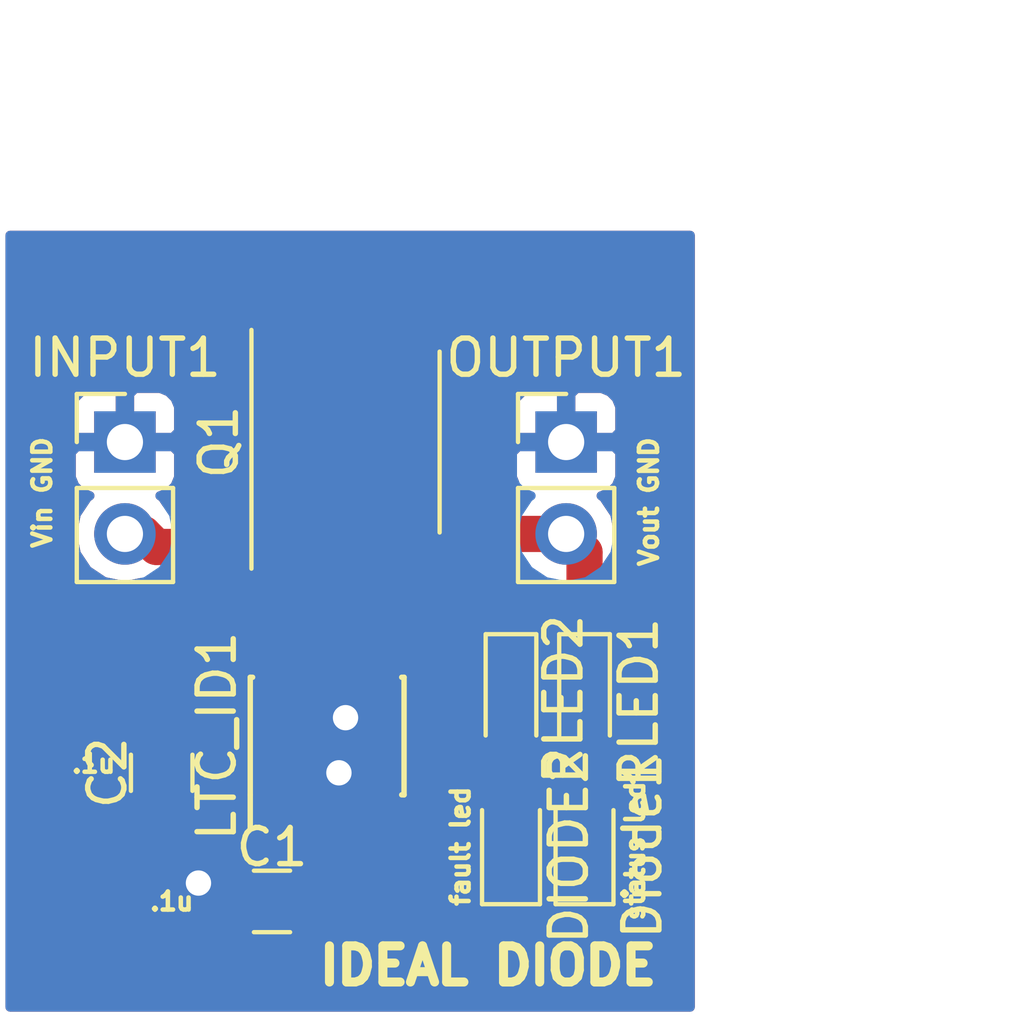
<source format=kicad_pcb>
(kicad_pcb (version 4) (host pcbnew 4.0.5)

  (general
    (links 30)
    (no_connects 1)
    (area 154.478667 89.375 188.19 116.840001)
    (thickness 1.6)
    (drawings 9)
    (tracks 73)
    (zones 0)
    (modules 10)
    (nets 11)
  )

  (page A4)
  (layers
    (0 F.Cu signal)
    (31 B.Cu signal)
    (32 B.Adhes user)
    (33 F.Adhes user)
    (34 B.Paste user)
    (35 F.Paste user)
    (36 B.SilkS user)
    (37 F.SilkS user)
    (38 B.Mask user)
    (39 F.Mask user)
    (40 Dwgs.User user)
    (41 Cmts.User user)
    (42 Eco1.User user)
    (43 Eco2.User user)
    (44 Edge.Cuts user)
    (45 Margin user)
    (46 B.CrtYd user)
    (47 F.CrtYd user)
    (48 B.Fab user)
    (49 F.Fab user)
  )

  (setup
    (last_trace_width 0.4)
    (user_trace_width 0.4)
    (user_trace_width 1)
    (user_trace_width 2)
    (trace_clearance 0.2)
    (zone_clearance 0.45)
    (zone_45_only no)
    (trace_min 0.2)
    (segment_width 0.2)
    (edge_width 0.15)
    (via_size 0.9)
    (via_drill 0.7)
    (via_min_size 0.4)
    (via_min_drill 0.3)
    (uvia_size 0.3)
    (uvia_drill 0.1)
    (uvias_allowed no)
    (uvia_min_size 0.2)
    (uvia_min_drill 0.1)
    (pcb_text_width 0.3)
    (pcb_text_size 1.5 1.5)
    (mod_edge_width 0.15)
    (mod_text_size 1 1)
    (mod_text_width 0.15)
    (pad_size 2 2)
    (pad_drill 0)
    (pad_to_mask_clearance 0.2)
    (aux_axis_origin 0 0)
    (visible_elements 7FFFFFDF)
    (pcbplotparams
      (layerselection 0x00030_80000001)
      (usegerberextensions false)
      (excludeedgelayer true)
      (linewidth 0.100000)
      (plotframeref false)
      (viasonmask false)
      (mode 1)
      (useauxorigin false)
      (hpglpennumber 1)
      (hpglpenspeed 20)
      (hpglpendiameter 15)
      (hpglpenoverlay 2)
      (psnegative false)
      (psa4output false)
      (plotreference true)
      (plotvalue true)
      (plotinvisibletext false)
      (padsonsilk false)
      (subtractmaskfromsilk false)
      (outputformat 1)
      (mirror false)
      (drillshape 1)
      (scaleselection 1)
      (outputdirectory ""))
  )

  (net 0 "")
  (net 1 GND)
  (net 2 "Net-(C1-Pad2)")
  (net 3 "Net-(C2-Pad1)")
  (net 4 "Net-(C2-Pad2)")
  (net 5 "Net-(Diode1-Pad1)")
  (net 6 "Net-(Diode1-Pad2)")
  (net 7 "Net-(DIODE2-Pad1)")
  (net 8 "Net-(DIODE2-Pad2)")
  (net 9 "Net-(LTC_ID1-Pad8)")
  (net 10 "Net-(LTC_ID1-Pad11)")

  (net_class Default "This is the default net class."
    (clearance 0.2)
    (trace_width 0.25)
    (via_dia 0.9)
    (via_drill 0.7)
    (uvia_dia 0.3)
    (uvia_drill 0.1)
    (add_net GND)
    (add_net "Net-(C1-Pad2)")
    (add_net "Net-(C2-Pad1)")
    (add_net "Net-(C2-Pad2)")
    (add_net "Net-(DIODE2-Pad1)")
    (add_net "Net-(DIODE2-Pad2)")
    (add_net "Net-(Diode1-Pad1)")
    (add_net "Net-(Diode1-Pad2)")
    (add_net "Net-(LTC_ID1-Pad11)")
    (add_net "Net-(LTC_ID1-Pad8)")
  )

  (module Capacitors_SMD:C_0805 (layer F.Cu) (tedit 58AA8463) (tstamp 5942A997)
    (at 163.576 113.792)
    (descr "Capacitor SMD 0805, reflow soldering, AVX (see smccp.pdf)")
    (tags "capacitor 0805")
    (path /5942A217)
    (attr smd)
    (fp_text reference C1 (at 0 -1.5) (layer F.SilkS)
      (effects (font (size 1 1) (thickness 0.15)))
    )
    (fp_text value .1u (at 0 1.75) (layer F.Fab)
      (effects (font (size 1 1) (thickness 0.15)))
    )
    (fp_text user %R (at 0 -1.5) (layer F.Fab)
      (effects (font (size 1 1) (thickness 0.15)))
    )
    (fp_line (start -1 0.62) (end -1 -0.62) (layer F.Fab) (width 0.1))
    (fp_line (start 1 0.62) (end -1 0.62) (layer F.Fab) (width 0.1))
    (fp_line (start 1 -0.62) (end 1 0.62) (layer F.Fab) (width 0.1))
    (fp_line (start -1 -0.62) (end 1 -0.62) (layer F.Fab) (width 0.1))
    (fp_line (start 0.5 -0.85) (end -0.5 -0.85) (layer F.SilkS) (width 0.12))
    (fp_line (start -0.5 0.85) (end 0.5 0.85) (layer F.SilkS) (width 0.12))
    (fp_line (start -1.75 -0.88) (end 1.75 -0.88) (layer F.CrtYd) (width 0.05))
    (fp_line (start -1.75 -0.88) (end -1.75 0.87) (layer F.CrtYd) (width 0.05))
    (fp_line (start 1.75 0.87) (end 1.75 -0.88) (layer F.CrtYd) (width 0.05))
    (fp_line (start 1.75 0.87) (end -1.75 0.87) (layer F.CrtYd) (width 0.05))
    (pad 1 smd rect (at -1 0) (size 1 1.25) (layers F.Cu F.Paste F.Mask)
      (net 1 GND))
    (pad 2 smd rect (at 1 0) (size 1 1.25) (layers F.Cu F.Paste F.Mask)
      (net 2 "Net-(C1-Pad2)"))
    (model Capacitors_SMD.3dshapes/C_0805.wrl
      (at (xyz 0 0 0))
      (scale (xyz 1 1 1))
      (rotate (xyz 0 0 0))
    )
  )

  (module Capacitors_SMD:C_0805 (layer F.Cu) (tedit 58AA8463) (tstamp 5942A9A8)
    (at 160.528 110.236 90)
    (descr "Capacitor SMD 0805, reflow soldering, AVX (see smccp.pdf)")
    (tags "capacitor 0805")
    (path /5942A1E1)
    (attr smd)
    (fp_text reference C2 (at 0 -1.5 90) (layer F.SilkS)
      (effects (font (size 1 1) (thickness 0.15)))
    )
    (fp_text value .1u (at 0 1.75 90) (layer F.Fab)
      (effects (font (size 1 1) (thickness 0.15)))
    )
    (fp_text user %R (at 0 -1.5 90) (layer F.Fab)
      (effects (font (size 1 1) (thickness 0.15)))
    )
    (fp_line (start -1 0.62) (end -1 -0.62) (layer F.Fab) (width 0.1))
    (fp_line (start 1 0.62) (end -1 0.62) (layer F.Fab) (width 0.1))
    (fp_line (start 1 -0.62) (end 1 0.62) (layer F.Fab) (width 0.1))
    (fp_line (start -1 -0.62) (end 1 -0.62) (layer F.Fab) (width 0.1))
    (fp_line (start 0.5 -0.85) (end -0.5 -0.85) (layer F.SilkS) (width 0.12))
    (fp_line (start -0.5 0.85) (end 0.5 0.85) (layer F.SilkS) (width 0.12))
    (fp_line (start -1.75 -0.88) (end 1.75 -0.88) (layer F.CrtYd) (width 0.05))
    (fp_line (start -1.75 -0.88) (end -1.75 0.87) (layer F.CrtYd) (width 0.05))
    (fp_line (start 1.75 0.87) (end 1.75 -0.88) (layer F.CrtYd) (width 0.05))
    (fp_line (start 1.75 0.87) (end -1.75 0.87) (layer F.CrtYd) (width 0.05))
    (pad 1 smd rect (at -1 0 90) (size 1 1.25) (layers F.Cu F.Paste F.Mask)
      (net 3 "Net-(C2-Pad1)"))
    (pad 2 smd rect (at 1 0 90) (size 1 1.25) (layers F.Cu F.Paste F.Mask)
      (net 4 "Net-(C2-Pad2)"))
    (model Capacitors_SMD.3dshapes/C_0805.wrl
      (at (xyz 0 0 0))
      (scale (xyz 1 1 1))
      (rotate (xyz 0 0 0))
    )
  )

  (module Diodes_SMD:D_0805 (layer F.Cu) (tedit 586A4032) (tstamp 5942A9BF)
    (at 172.212 112.268 90)
    (descr "Diode SMD in 0805 package")
    (tags "smd diode")
    (path /5942A6E7)
    (attr smd)
    (fp_text reference Diode1 (at 0 1.6 90) (layer F.SilkS)
      (effects (font (size 1 1) (thickness 0.15)))
    )
    (fp_text value LED (at 0 -1.6 90) (layer F.Fab)
      (effects (font (size 1 1) (thickness 0.15)))
    )
    (fp_line (start -1.6 -0.8) (end -1.6 0.8) (layer F.SilkS) (width 0.12))
    (fp_line (start -1.7 0.88) (end -1.7 -0.88) (layer F.CrtYd) (width 0.05))
    (fp_line (start 1.7 0.88) (end -1.7 0.88) (layer F.CrtYd) (width 0.05))
    (fp_line (start 1.7 -0.88) (end 1.7 0.88) (layer F.CrtYd) (width 0.05))
    (fp_line (start -1.7 -0.88) (end 1.7 -0.88) (layer F.CrtYd) (width 0.05))
    (fp_line (start 0.2 0) (end 0.4 0) (layer F.Fab) (width 0.1))
    (fp_line (start -0.1 0) (end -0.3 0) (layer F.Fab) (width 0.1))
    (fp_line (start -0.1 -0.2) (end -0.1 0.2) (layer F.Fab) (width 0.1))
    (fp_line (start 0.2 0.2) (end 0.2 -0.2) (layer F.Fab) (width 0.1))
    (fp_line (start -0.1 0) (end 0.2 0.2) (layer F.Fab) (width 0.1))
    (fp_line (start 0.2 -0.2) (end -0.1 0) (layer F.Fab) (width 0.1))
    (fp_line (start -1 0.625) (end -1 -0.625) (layer F.Fab) (width 0.1))
    (fp_line (start 1 0.625) (end -1 0.625) (layer F.Fab) (width 0.1))
    (fp_line (start 1 -0.625) (end 1 0.625) (layer F.Fab) (width 0.1))
    (fp_line (start -1 -0.625) (end 1 -0.625) (layer F.Fab) (width 0.1))
    (fp_line (start -1.6 0.8) (end 1 0.8) (layer F.SilkS) (width 0.12))
    (fp_line (start -1.6 -0.8) (end 1 -0.8) (layer F.SilkS) (width 0.12))
    (pad 1 smd rect (at -1.05 0 90) (size 0.8 0.9) (layers F.Cu F.Paste F.Mask)
      (net 5 "Net-(Diode1-Pad1)"))
    (pad 2 smd rect (at 1.05 0 90) (size 0.8 0.9) (layers F.Cu F.Paste F.Mask)
      (net 6 "Net-(Diode1-Pad2)"))
  )

  (module Diodes_SMD:D_0805 (layer F.Cu) (tedit 586A4032) (tstamp 5942A9D6)
    (at 170.18 112.268 90)
    (descr "Diode SMD in 0805 package")
    (tags "smd diode")
    (path /5942A73D)
    (attr smd)
    (fp_text reference DIODE2 (at 0 1.6 90) (layer F.SilkS)
      (effects (font (size 1 1) (thickness 0.15)))
    )
    (fp_text value LED (at 0 -1.6 90) (layer F.Fab)
      (effects (font (size 1 1) (thickness 0.15)))
    )
    (fp_line (start -1.6 -0.8) (end -1.6 0.8) (layer F.SilkS) (width 0.12))
    (fp_line (start -1.7 0.88) (end -1.7 -0.88) (layer F.CrtYd) (width 0.05))
    (fp_line (start 1.7 0.88) (end -1.7 0.88) (layer F.CrtYd) (width 0.05))
    (fp_line (start 1.7 -0.88) (end 1.7 0.88) (layer F.CrtYd) (width 0.05))
    (fp_line (start -1.7 -0.88) (end 1.7 -0.88) (layer F.CrtYd) (width 0.05))
    (fp_line (start 0.2 0) (end 0.4 0) (layer F.Fab) (width 0.1))
    (fp_line (start -0.1 0) (end -0.3 0) (layer F.Fab) (width 0.1))
    (fp_line (start -0.1 -0.2) (end -0.1 0.2) (layer F.Fab) (width 0.1))
    (fp_line (start 0.2 0.2) (end 0.2 -0.2) (layer F.Fab) (width 0.1))
    (fp_line (start -0.1 0) (end 0.2 0.2) (layer F.Fab) (width 0.1))
    (fp_line (start 0.2 -0.2) (end -0.1 0) (layer F.Fab) (width 0.1))
    (fp_line (start -1 0.625) (end -1 -0.625) (layer F.Fab) (width 0.1))
    (fp_line (start 1 0.625) (end -1 0.625) (layer F.Fab) (width 0.1))
    (fp_line (start 1 -0.625) (end 1 0.625) (layer F.Fab) (width 0.1))
    (fp_line (start -1 -0.625) (end 1 -0.625) (layer F.Fab) (width 0.1))
    (fp_line (start -1.6 0.8) (end 1 0.8) (layer F.SilkS) (width 0.12))
    (fp_line (start -1.6 -0.8) (end 1 -0.8) (layer F.SilkS) (width 0.12))
    (pad 1 smd rect (at -1.05 0 90) (size 0.8 0.9) (layers F.Cu F.Paste F.Mask)
      (net 7 "Net-(DIODE2-Pad1)"))
    (pad 2 smd rect (at 1.05 0 90) (size 0.8 0.9) (layers F.Cu F.Paste F.Mask)
      (net 8 "Net-(DIODE2-Pad2)"))
  )

  (module Socket_Strips:Socket_Strip_Straight_1x02_Pitch2.54mm (layer F.Cu) (tedit 58CD5446) (tstamp 5942A9EB)
    (at 159.512 101.092)
    (descr "Through hole straight socket strip, 1x02, 2.54mm pitch, single row")
    (tags "Through hole socket strip THT 1x02 2.54mm single row")
    (path /5942A2DD)
    (fp_text reference INPUT1 (at 0 -2.33) (layer F.SilkS)
      (effects (font (size 1 1) (thickness 0.15)))
    )
    (fp_text value CONN_01X02 (at 0 4.87) (layer F.Fab)
      (effects (font (size 1 1) (thickness 0.15)))
    )
    (fp_line (start -1.27 -1.27) (end -1.27 3.81) (layer F.Fab) (width 0.1))
    (fp_line (start -1.27 3.81) (end 1.27 3.81) (layer F.Fab) (width 0.1))
    (fp_line (start 1.27 3.81) (end 1.27 -1.27) (layer F.Fab) (width 0.1))
    (fp_line (start 1.27 -1.27) (end -1.27 -1.27) (layer F.Fab) (width 0.1))
    (fp_line (start -1.33 1.27) (end -1.33 3.87) (layer F.SilkS) (width 0.12))
    (fp_line (start -1.33 3.87) (end 1.33 3.87) (layer F.SilkS) (width 0.12))
    (fp_line (start 1.33 3.87) (end 1.33 1.27) (layer F.SilkS) (width 0.12))
    (fp_line (start 1.33 1.27) (end -1.33 1.27) (layer F.SilkS) (width 0.12))
    (fp_line (start -1.33 0) (end -1.33 -1.33) (layer F.SilkS) (width 0.12))
    (fp_line (start -1.33 -1.33) (end 0 -1.33) (layer F.SilkS) (width 0.12))
    (fp_line (start -1.8 -1.8) (end -1.8 4.35) (layer F.CrtYd) (width 0.05))
    (fp_line (start -1.8 4.35) (end 1.8 4.35) (layer F.CrtYd) (width 0.05))
    (fp_line (start 1.8 4.35) (end 1.8 -1.8) (layer F.CrtYd) (width 0.05))
    (fp_line (start 1.8 -1.8) (end -1.8 -1.8) (layer F.CrtYd) (width 0.05))
    (fp_text user %R (at 0 -2.33) (layer F.Fab)
      (effects (font (size 1 1) (thickness 0.15)))
    )
    (pad 1 thru_hole rect (at 0 0) (size 1.7 1.7) (drill 1) (layers *.Cu *.Mask)
      (net 1 GND))
    (pad 2 thru_hole oval (at 0 2.54) (size 1.7 1.7) (drill 1) (layers *.Cu *.Mask)
      (net 3 "Net-(C2-Pad1)"))
    (model ${KISYS3DMOD}/Socket_Strips.3dshapes/Socket_Strip_Straight_1x02_Pitch2.54mm.wrl
      (at (xyz 0 -0.05 0))
      (scale (xyz 1 1 1))
      (rotate (xyz 0 0 270))
    )
  )

  (module Housings_SSOP:MSOP-12_3x4mm_Pitch0.65mm (layer F.Cu) (tedit 57AFAE60) (tstamp 5942AA0A)
    (at 165.1 109.22 90)
    (descr "MS Package; 12-Lead Plastic MSOP; (see Linear Technology 05081668_A_MS12.pdf)")
    (tags "SSOP 0.65")
    (path /5942A181)
    (attr smd)
    (fp_text reference LTC_ID1 (at 0 -3.05 90) (layer F.SilkS)
      (effects (font (size 1 1) (thickness 0.15)))
    )
    (fp_text value LTC4352 (at 0 3.05 90) (layer F.Fab)
      (effects (font (size 1 1) (thickness 0.15)))
    )
    (fp_line (start -0.5 -2) (end 1.5 -2) (layer F.Fab) (width 0.15))
    (fp_line (start 1.5 -2) (end 1.5 2) (layer F.Fab) (width 0.15))
    (fp_line (start 1.5 2) (end -1.5 2) (layer F.Fab) (width 0.15))
    (fp_line (start -1.5 2) (end -1.5 -1) (layer F.Fab) (width 0.15))
    (fp_line (start -1.5 -1) (end -0.5 -2) (layer F.Fab) (width 0.15))
    (fp_line (start -2.8 -2.3) (end -2.8 2.3) (layer F.CrtYd) (width 0.05))
    (fp_line (start 2.8 -2.3) (end 2.8 2.3) (layer F.CrtYd) (width 0.05))
    (fp_line (start -2.8 -2.3) (end 2.8 -2.3) (layer F.CrtYd) (width 0.05))
    (fp_line (start -2.8 2.3) (end 2.8 2.3) (layer F.CrtYd) (width 0.05))
    (fp_line (start 1.625 -2.125) (end 1.625 -2.06) (layer F.SilkS) (width 0.15))
    (fp_line (start 1.625 2.125) (end 1.625 2.06) (layer F.SilkS) (width 0.15))
    (fp_line (start -1.625 2.125) (end -1.625 2.06) (layer F.SilkS) (width 0.15))
    (fp_line (start -1.625 -2.125) (end 1.625 -2.125) (layer F.SilkS) (width 0.15))
    (fp_line (start -1.625 2.125) (end 1.625 2.125) (layer F.SilkS) (width 0.15))
    (fp_line (start -1.625 -2.125) (end -2.55 -2.125) (layer F.SilkS) (width 0.15))
    (pad 1 smd rect (at -2.105 -1.625 90) (size 0.89 0.42) (layers F.Cu F.Paste F.Mask)
      (net 3 "Net-(C2-Pad1)"))
    (pad 2 smd rect (at -2.105 -0.975 90) (size 0.89 0.42) (layers F.Cu F.Paste F.Mask)
      (net 2 "Net-(C1-Pad2)"))
    (pad 3 smd rect (at -2.105 -0.325 90) (size 0.89 0.42) (layers F.Cu F.Paste F.Mask)
      (net 2 "Net-(C1-Pad2)"))
    (pad 4 smd rect (at -2.105 0.325 90) (size 0.89 0.42) (layers F.Cu F.Paste F.Mask)
      (net 1 GND))
    (pad 5 smd rect (at -2.105 0.975 90) (size 0.89 0.42) (layers F.Cu F.Paste F.Mask)
      (net 5 "Net-(Diode1-Pad1)"))
    (pad 6 smd rect (at -2.105 1.625 90) (size 0.89 0.42) (layers F.Cu F.Paste F.Mask)
      (net 7 "Net-(DIODE2-Pad1)"))
    (pad 7 smd rect (at 2.105 1.625 90) (size 0.89 0.42) (layers F.Cu F.Paste F.Mask)
      (net 1 GND))
    (pad 8 smd rect (at 2.105 0.975 90) (size 0.89 0.42) (layers F.Cu F.Paste F.Mask)
      (net 9 "Net-(LTC_ID1-Pad8)"))
    (pad 9 smd rect (at 2.105 0.325 90) (size 0.89 0.42) (layers F.Cu F.Paste F.Mask)
      (net 1 GND))
    (pad 10 smd rect (at 2.105 -0.325 90) (size 0.89 0.42) (layers F.Cu F.Paste F.Mask)
      (net 4 "Net-(C2-Pad2)"))
    (pad 11 smd rect (at 2.105 -0.975 90) (size 0.89 0.42) (layers F.Cu F.Paste F.Mask)
      (net 10 "Net-(LTC_ID1-Pad11)"))
    (pad 12 smd rect (at 2.105 -1.625 90) (size 0.89 0.42) (layers F.Cu F.Paste F.Mask)
      (net 3 "Net-(C2-Pad1)"))
    (model Housings_SSOP.3dshapes/MSOP-12_3x4mm_Pitch0.65mm.wrl
      (at (xyz 0 0 0))
      (scale (xyz 1 1 1))
      (rotate (xyz 0 0 0))
    )
  )

  (module Socket_Strips:Socket_Strip_Straight_1x02_Pitch2.54mm (layer F.Cu) (tedit 58CD5446) (tstamp 5942AA1F)
    (at 171.704 101.092)
    (descr "Through hole straight socket strip, 1x02, 2.54mm pitch, single row")
    (tags "Through hole socket strip THT 1x02 2.54mm single row")
    (path /5942A61B)
    (fp_text reference OUTPUT1 (at 0 -2.33) (layer F.SilkS)
      (effects (font (size 1 1) (thickness 0.15)))
    )
    (fp_text value CONN_01X02 (at 0 4.87) (layer F.Fab)
      (effects (font (size 1 1) (thickness 0.15)))
    )
    (fp_line (start -1.27 -1.27) (end -1.27 3.81) (layer F.Fab) (width 0.1))
    (fp_line (start -1.27 3.81) (end 1.27 3.81) (layer F.Fab) (width 0.1))
    (fp_line (start 1.27 3.81) (end 1.27 -1.27) (layer F.Fab) (width 0.1))
    (fp_line (start 1.27 -1.27) (end -1.27 -1.27) (layer F.Fab) (width 0.1))
    (fp_line (start -1.33 1.27) (end -1.33 3.87) (layer F.SilkS) (width 0.12))
    (fp_line (start -1.33 3.87) (end 1.33 3.87) (layer F.SilkS) (width 0.12))
    (fp_line (start 1.33 3.87) (end 1.33 1.27) (layer F.SilkS) (width 0.12))
    (fp_line (start 1.33 1.27) (end -1.33 1.27) (layer F.SilkS) (width 0.12))
    (fp_line (start -1.33 0) (end -1.33 -1.33) (layer F.SilkS) (width 0.12))
    (fp_line (start -1.33 -1.33) (end 0 -1.33) (layer F.SilkS) (width 0.12))
    (fp_line (start -1.8 -1.8) (end -1.8 4.35) (layer F.CrtYd) (width 0.05))
    (fp_line (start -1.8 4.35) (end 1.8 4.35) (layer F.CrtYd) (width 0.05))
    (fp_line (start 1.8 4.35) (end 1.8 -1.8) (layer F.CrtYd) (width 0.05))
    (fp_line (start 1.8 -1.8) (end -1.8 -1.8) (layer F.CrtYd) (width 0.05))
    (fp_text user %R (at 0 -2.33) (layer F.Fab)
      (effects (font (size 1 1) (thickness 0.15)))
    )
    (pad 1 thru_hole rect (at 0 0) (size 1.7 1.7) (drill 1) (layers *.Cu *.Mask)
      (net 1 GND))
    (pad 2 thru_hole oval (at 0 2.54) (size 1.7 1.7) (drill 1) (layers *.Cu *.Mask)
      (net 9 "Net-(LTC_ID1-Pad8)"))
    (model ${KISYS3DMOD}/Socket_Strips.3dshapes/Socket_Strip_Straight_1x02_Pitch2.54mm.wrl
      (at (xyz 0 -0.05 0))
      (scale (xyz 1 1 1))
      (rotate (xyz 0 0 270))
    )
  )

  (module LEDs:LED_0805 (layer F.Cu) (tedit 5942A8B7) (tstamp 5942AA58)
    (at 172.212 108.204 270)
    (descr "LED 0805 smd package")
    (tags "LED led 0805 SMD smd SMT smt smdled SMDLED smtled SMTLED")
    (path /5942A857)
    (attr smd)
    (fp_text reference RLED1 (at 0.0889 -1.4986 270) (layer F.SilkS)
      (effects (font (size 1 1) (thickness 0.15)))
    )
    (fp_text value 4.7k (at 0 1.55 270) (layer F.Fab)
      (effects (font (size 1 1) (thickness 0.15)))
    )
    (fp_line (start -1.8 -0.7) (end -1.8 0.7) (layer F.SilkS) (width 0.12))
    (fp_line (start -0.4 -0.4) (end -0.4 0.4) (layer F.Fab) (width 0.1))
    (fp_line (start -0.4 0) (end 0.2 -0.4) (layer F.Fab) (width 0.1))
    (fp_line (start 0.2 0.4) (end -0.4 0) (layer F.Fab) (width 0.1))
    (fp_line (start 0.2 -0.4) (end 0.2 0.4) (layer F.Fab) (width 0.1))
    (fp_line (start 1 0.6) (end -1 0.6) (layer F.Fab) (width 0.1))
    (fp_line (start 1 -0.6) (end 1 0.6) (layer F.Fab) (width 0.1))
    (fp_line (start -1 -0.6) (end 1 -0.6) (layer F.Fab) (width 0.1))
    (fp_line (start -1 0.6) (end -1 -0.6) (layer F.Fab) (width 0.1))
    (fp_line (start -1.8 0.7) (end 1 0.7) (layer F.SilkS) (width 0.12))
    (fp_line (start -1.8 -0.7) (end 1 -0.7) (layer F.SilkS) (width 0.12))
    (fp_line (start 1.95 -0.85) (end 1.95 0.85) (layer F.CrtYd) (width 0.05))
    (fp_line (start 1.95 0.85) (end -1.95 0.85) (layer F.CrtYd) (width 0.05))
    (fp_line (start -1.95 0.85) (end -1.95 -0.85) (layer F.CrtYd) (width 0.05))
    (fp_line (start -1.95 -0.85) (end 1.95 -0.85) (layer F.CrtYd) (width 0.05))
    (pad 2 smd rect (at 1.1 0 90) (size 1.2 1.2) (layers F.Cu F.Paste F.Mask)
      (net 6 "Net-(Diode1-Pad2)"))
    (pad 1 smd rect (at -1.1 0 90) (size 1.2 1.2) (layers F.Cu F.Paste F.Mask)
      (net 9 "Net-(LTC_ID1-Pad8)"))
    (model LEDs.3dshapes/LED_0805.wrl
      (at (xyz 0 0 0))
      (scale (xyz 1 1 1))
      (rotate (xyz 0 0 180))
    )
  )

  (module LEDs:LED_0805 (layer F.Cu) (tedit 57FE93EC) (tstamp 5942AA6D)
    (at 170.18 108.204 270)
    (descr "LED 0805 smd package")
    (tags "LED led 0805 SMD smd SMT smt smdled SMDLED smtled SMTLED")
    (path /5942A8C6)
    (attr smd)
    (fp_text reference RLED2 (at 0 -1.45 270) (layer F.SilkS)
      (effects (font (size 1 1) (thickness 0.15)))
    )
    (fp_text value 4.7k (at 0 1.55 270) (layer F.Fab)
      (effects (font (size 1 1) (thickness 0.15)))
    )
    (fp_line (start -1.8 -0.7) (end -1.8 0.7) (layer F.SilkS) (width 0.12))
    (fp_line (start -0.4 -0.4) (end -0.4 0.4) (layer F.Fab) (width 0.1))
    (fp_line (start -0.4 0) (end 0.2 -0.4) (layer F.Fab) (width 0.1))
    (fp_line (start 0.2 0.4) (end -0.4 0) (layer F.Fab) (width 0.1))
    (fp_line (start 0.2 -0.4) (end 0.2 0.4) (layer F.Fab) (width 0.1))
    (fp_line (start 1 0.6) (end -1 0.6) (layer F.Fab) (width 0.1))
    (fp_line (start 1 -0.6) (end 1 0.6) (layer F.Fab) (width 0.1))
    (fp_line (start -1 -0.6) (end 1 -0.6) (layer F.Fab) (width 0.1))
    (fp_line (start -1 0.6) (end -1 -0.6) (layer F.Fab) (width 0.1))
    (fp_line (start -1.8 0.7) (end 1 0.7) (layer F.SilkS) (width 0.12))
    (fp_line (start -1.8 -0.7) (end 1 -0.7) (layer F.SilkS) (width 0.12))
    (fp_line (start 1.95 -0.85) (end 1.95 0.85) (layer F.CrtYd) (width 0.05))
    (fp_line (start 1.95 0.85) (end -1.95 0.85) (layer F.CrtYd) (width 0.05))
    (fp_line (start -1.95 0.85) (end -1.95 -0.85) (layer F.CrtYd) (width 0.05))
    (fp_line (start -1.95 -0.85) (end 1.95 -0.85) (layer F.CrtYd) (width 0.05))
    (pad 2 smd rect (at 1.1 0 90) (size 1.2 1.2) (layers F.Cu F.Paste F.Mask)
      (net 8 "Net-(DIODE2-Pad2)"))
    (pad 1 smd rect (at -1.1 0 90) (size 1.2 1.2) (layers F.Cu F.Paste F.Mask)
      (net 9 "Net-(LTC_ID1-Pad8)"))
    (model LEDs.3dshapes/LED_0805.wrl
      (at (xyz 0 0 0))
      (scale (xyz 1 1 1))
      (rotate (xyz 0 0 180))
    )
  )

  (module Housings_DFN_QFN:DFN-8-1EP_6x5mm_Pitch1.27mm_LargeFlag (layer F.Cu) (tedit 5942ADFD) (tstamp 5942BFED)
    (at 165.608 101.092 90)
    (descr "DD Package; 8-Lead Plastic DFN (6mm x 5mm) (see http://www.everspin.com/file/236/download)")
    (tags "dfn ")
    (path /5942B2AA)
    (attr smd)
    (fp_text reference Q1 (at 0 -3.5 90) (layer F.SilkS)
      (effects (font (size 1 1) (thickness 0.15)))
    )
    (fp_text value FDMS8050 (at 0 3.65 90) (layer F.Fab)
      (effects (font (size 1 1) (thickness 0.15)))
    )
    (fp_line (start -2 -2.5) (end -3 -1.5) (layer F.Fab) (width 0.1))
    (fp_line (start -3 2.5) (end -3 -1.5) (layer F.Fab) (width 0.1))
    (fp_line (start 3 2.5) (end -3 2.5) (layer F.Fab) (width 0.1))
    (fp_line (start 3 -2.5) (end 3 2.5) (layer F.Fab) (width 0.1))
    (fp_line (start -2 -2.5) (end 3 -2.5) (layer F.Fab) (width 0.1))
    (fp_line (start -3.7 2.8) (end -3.7 -2.9) (layer F.CrtYd) (width 0.05))
    (fp_line (start 3.7 2.8) (end -3.7 2.8) (layer F.CrtYd) (width 0.05))
    (fp_line (start 3.7 -2.9) (end 3.7 2.8) (layer F.CrtYd) (width 0.05))
    (fp_line (start -3.7 -2.9) (end 3.7 -2.9) (layer F.CrtYd) (width 0.05))
    (fp_line (start -3.5 -2.6) (end 3.1 -2.6) (layer F.SilkS) (width 0.12))
    (fp_line (start -2.5 2.6) (end 2.5 2.6) (layer F.SilkS) (width 0.12))
    (fp_text user %R (at 0 0 90) (layer F.Fab)
      (effects (font (size 1 1) (thickness 0.15)))
    )
    (pad 8 smd rect (at -1 -1) (size 2 2) (layers F.Cu F.Paste F.Mask)
      (net 9 "Net-(LTC_ID1-Pad8)") (solder_mask_margin 0.1) (solder_paste_margin -0.15) (clearance 0.1))
    (pad 1 smd rect (at -2.9 -1.905) (size 0.5 1.1) (layers F.Cu F.Paste F.Mask)
      (net 3 "Net-(C2-Pad1)") (solder_mask_margin 0.1) (clearance 0.1))
    (pad 2 smd rect (at -2.9 -0.635) (size 0.5 1.1) (layers F.Cu F.Paste F.Mask)
      (net 3 "Net-(C2-Pad1)") (solder_mask_margin 0.1) (clearance 0.1))
    (pad 3 smd rect (at -2.9 0.635) (size 0.5 1.1) (layers F.Cu F.Paste F.Mask)
      (net 3 "Net-(C2-Pad1)") (solder_mask_margin 0.1) (clearance 0.1))
    (pad 4 smd rect (at -2.9 1.905) (size 0.5 1.1) (layers F.Cu F.Paste F.Mask)
      (net 10 "Net-(LTC_ID1-Pad11)") (solder_mask_margin 0.1) (clearance 0.1))
    (pad 5 smd rect (at 2.9 1.905) (size 0.5 1.1) (layers F.Cu F.Paste F.Mask)
      (net 9 "Net-(LTC_ID1-Pad8)") (solder_mask_margin 0.1) (clearance 0.1))
    (pad 6 smd rect (at 2.9 0.635) (size 0.5 1.1) (layers F.Cu F.Paste F.Mask)
      (net 9 "Net-(LTC_ID1-Pad8)") (solder_mask_margin 0.1) (clearance 0.1))
    (pad 7 smd rect (at 2.9 -0.635) (size 0.5 1.1) (layers F.Cu F.Paste F.Mask)
      (net 9 "Net-(LTC_ID1-Pad8)") (solder_mask_margin 0.1) (clearance 0.1))
    (pad 8 smd rect (at 2.9 -1.905) (size 0.5 1.1) (layers F.Cu F.Paste F.Mask)
      (net 9 "Net-(LTC_ID1-Pad8)") (solder_mask_margin 0.1) (clearance 0.1))
    (pad 8 smd rect (at 1 -1) (size 2 2) (layers F.Cu F.Paste F.Mask)
      (net 9 "Net-(LTC_ID1-Pad8)") (solder_mask_margin 0.1) (solder_paste_margin -0.15) (clearance 0.1))
    (pad 8 smd rect (at -1 1) (size 2 2) (layers F.Cu F.Paste F.Mask)
      (net 9 "Net-(LTC_ID1-Pad8)") (solder_mask_margin 0.1) (solder_paste_margin -0.15) (clearance 0.1))
    (pad 8 smd rect (at 1 1) (size 2 2) (layers F.Cu F.Paste F.Mask)
      (net 9 "Net-(LTC_ID1-Pad8)") (solder_mask_margin 0.1) (solder_paste_margin -0.15) (clearance 0.1))
    (model ${KISYS3DMOD}/Housings_DFN_QFN.3dshapes/DFN-8-1EP_6x5mm_Pitch1.27mm.wrl
      (at (xyz 0 0 0))
      (scale (xyz 1 1 1))
      (rotate (xyz 0 0 0))
    )
  )

  (gr_text "Vout GND" (at 173.99 102.743 90) (layer F.SilkS)
    (effects (font (size 0.5 0.5) (thickness 0.125)))
  )
  (gr_text "Vin GND" (at 157.226 102.489 90) (layer F.SilkS)
    (effects (font (size 0.5 0.5) (thickness 0.125)))
  )
  (gr_text "fault led" (at 168.783 112.268 90) (layer F.SilkS)
    (effects (font (size 0.5 0.5) (thickness 0.125)))
  )
  (gr_text "status led\n" (at 173.609 112.395 90) (layer F.SilkS)
    (effects (font (size 0.5 0.5) (thickness 0.125)))
  )
  (gr_text ".1u	" (at 159.004 109.982) (layer F.SilkS)
    (effects (font (size 0.5 0.5) (thickness 0.125)))
  )
  (gr_text ".1u	" (at 161.163 113.792) (layer F.SilkS)
    (effects (font (size 0.5 0.5) (thickness 0.125)))
  )
  (dimension 21.59 (width 0.3) (layer Dwgs.User)
    (gr_text "21.590 mm" (at 181.69 106.045 90) (layer Dwgs.User)
      (effects (font (size 1.5 1.5) (thickness 0.3)))
    )
    (feature1 (pts (xy 177.165 95.25) (xy 183.04 95.25)))
    (feature2 (pts (xy 177.165 116.84) (xy 183.04 116.84)))
    (crossbar (pts (xy 180.34 116.84) (xy 180.34 95.25)))
    (arrow1a (pts (xy 180.34 95.25) (xy 180.926421 96.376504)))
    (arrow1b (pts (xy 180.34 95.25) (xy 179.753579 96.376504)))
    (arrow2a (pts (xy 180.34 116.84) (xy 180.926421 115.713496)))
    (arrow2b (pts (xy 180.34 116.84) (xy 179.753579 115.713496)))
  )
  (dimension 19.05 (width 0.3) (layer Dwgs.User)
    (gr_text "19.050 mm" (at 165.735 90.725) (layer Dwgs.User)
      (effects (font (size 1.5 1.5) (thickness 0.3)))
    )
    (feature1 (pts (xy 175.26 93.98) (xy 175.26 89.375)))
    (feature2 (pts (xy 156.21 93.98) (xy 156.21 89.375)))
    (crossbar (pts (xy 156.21 92.075) (xy 175.26 92.075)))
    (arrow1a (pts (xy 175.26 92.075) (xy 174.133496 92.661421)))
    (arrow1b (pts (xy 175.26 92.075) (xy 174.133496 91.488579)))
    (arrow2a (pts (xy 156.21 92.075) (xy 157.336504 92.661421)))
    (arrow2b (pts (xy 156.21 92.075) (xy 157.336504 91.488579)))
  )
  (gr_text "IDEAL DIODE" (at 169.545 115.57) (layer F.SilkS)
    (effects (font (size 1 1) (thickness 0.25)))
  )

  (segment (start 162.576 113.792) (end 162.052 113.792) (width 1) (layer F.Cu) (net 1))
  (via (at 161.544 113.284) (size 0.9) (drill 0.7) (layers F.Cu B.Cu) (net 1))
  (segment (start 162.052 113.792) (end 161.544 113.284) (width 1) (layer F.Cu) (net 1) (tstamp 5942C36C))
  (via (at 165.425 110.236) (size 0.9) (drill 0.7) (layers F.Cu B.Cu) (net 1))
  (segment (start 165.425 110.236) (end 165.608 110.236) (width 0.4) (layer B.Cu) (net 1) (tstamp 5942C368))
  (segment (start 165.425 111.325) (end 165.425 110.236) (width 0.4) (layer F.Cu) (net 1))
  (segment (start 165.425 110.236) (end 165.425 108.895) (width 0.4) (layer F.Cu) (net 1) (tstamp 5942C365))
  (segment (start 165.425 108.529) (end 165.608 108.712) (width 0.4) (layer F.Cu) (net 1) (tstamp 5942C35D))
  (via (at 165.608 108.712) (size 0.9) (drill 0.7) (layers F.Cu B.Cu) (net 1))
  (segment (start 165.425 108.529) (end 165.425 107.115) (width 0.4) (layer F.Cu) (net 1))
  (segment (start 165.425 108.895) (end 165.608 108.712) (width 0.4) (layer F.Cu) (net 1) (tstamp 5942C362))
  (segment (start 164.775 111.325) (end 164.775 112.053) (width 0.4) (layer F.Cu) (net 2))
  (segment (start 164.775 112.053) (end 164.576 112.252) (width 0.4) (layer F.Cu) (net 2) (tstamp 5942C353))
  (segment (start 164.125 111.325) (end 164.125 111.801) (width 0.4) (layer F.Cu) (net 2))
  (segment (start 164.125 111.801) (end 164.576 112.252) (width 0.4) (layer F.Cu) (net 2) (tstamp 5942C349))
  (segment (start 164.576 113.792) (end 164.576 112.252) (width 0.4) (layer F.Cu) (net 2))
  (segment (start 160.528 111.236) (end 159.496 111.236) (width 0.4) (layer F.Cu) (net 3))
  (segment (start 161.036 106.172) (end 162.56 106.172) (width 0.4) (layer F.Cu) (net 3) (tstamp 5942C38B))
  (segment (start 159.004 108.204) (end 161.036 106.172) (width 0.4) (layer F.Cu) (net 3) (tstamp 5942C38A))
  (segment (start 159.004 110.744) (end 159.004 108.204) (width 0.4) (layer F.Cu) (net 3) (tstamp 5942C389))
  (segment (start 159.496 111.236) (end 159.004 110.744) (width 0.4) (layer F.Cu) (net 3) (tstamp 5942C388))
  (segment (start 163.475 107.115) (end 163.475 107.087) (width 0.4) (layer F.Cu) (net 3))
  (segment (start 163.475 107.087) (end 162.56 106.172) (width 0.4) (layer F.Cu) (net 3) (tstamp 5942C384))
  (segment (start 163.703 103.992) (end 163.703 104.013) (width 1) (layer F.Cu) (net 3))
  (segment (start 163.703 104.013) (end 162.56 105.156) (width 1) (layer F.Cu) (net 3) (tstamp 5942C37E))
  (segment (start 162.56 105.156) (end 162.56 106.172) (width 1) (layer F.Cu) (net 3) (tstamp 5942C37F))
  (segment (start 163.703 103.992) (end 164.973 103.992) (width 1) (layer F.Cu) (net 3))
  (segment (start 163.475 111.325) (end 160.617 111.325) (width 0.4) (layer F.Cu) (net 3))
  (segment (start 160.617 111.325) (end 160.528 111.236) (width 0.4) (layer F.Cu) (net 3) (tstamp 5942C346))
  (segment (start 163.703 103.992) (end 166.243 103.992) (width 1) (layer F.Cu) (net 3))
  (segment (start 159.512 103.632) (end 160.02 103.632) (width 1) (layer F.Cu) (net 3))
  (segment (start 160.02 103.632) (end 160.38 103.992) (width 1) (layer F.Cu) (net 3) (tstamp 5942C312))
  (segment (start 160.38 103.992) (end 163.703 103.992) (width 1) (layer F.Cu) (net 3) (tstamp 5942C313))
  (segment (start 164.775 107.115) (end 164.775 108.529) (width 0.4) (layer F.Cu) (net 4))
  (segment (start 164.068 109.236) (end 160.528 109.236) (width 0.4) (layer F.Cu) (net 4) (tstamp 5942C357))
  (segment (start 164.775 108.529) (end 164.068 109.236) (width 0.4) (layer F.Cu) (net 4) (tstamp 5942C356))
  (segment (start 166.075 111.325) (end 166.075 112.227) (width 0.4) (layer F.Cu) (net 5))
  (segment (start 172.212 113.792) (end 172.212 113.318) (width 0.4) (layer F.Cu) (net 5) (tstamp 5942C2A1))
  (segment (start 171.704 114.3) (end 172.212 113.792) (width 0.4) (layer F.Cu) (net 5) (tstamp 5942C2A0))
  (segment (start 168.148 114.3) (end 171.704 114.3) (width 0.4) (layer F.Cu) (net 5) (tstamp 5942C29E))
  (segment (start 166.075 112.227) (end 168.148 114.3) (width 0.4) (layer F.Cu) (net 5) (tstamp 5942C29D))
  (segment (start 172.212 111.218) (end 172.212 109.304) (width 0.4) (layer F.Cu) (net 6))
  (segment (start 166.725 111.325) (end 166.725 111.861) (width 0.4) (layer F.Cu) (net 7))
  (segment (start 168.182 113.318) (end 170.18 113.318) (width 0.4) (layer F.Cu) (net 7) (tstamp 5942C29A))
  (segment (start 166.725 111.861) (end 168.182 113.318) (width 0.4) (layer F.Cu) (net 7) (tstamp 5942C299))
  (segment (start 170.18 111.218) (end 170.18 109.304) (width 0.4) (layer F.Cu) (net 8))
  (segment (start 166.075 107.115) (end 166.075 107.909) (width 0.4) (layer F.Cu) (net 9))
  (segment (start 169.121 107.104) (end 170.18 107.104) (width 0.4) (layer F.Cu) (net 9) (tstamp 5942DAF7))
  (segment (start 168.021 108.204) (end 169.121 107.104) (width 0.4) (layer F.Cu) (net 9) (tstamp 5942DAF6))
  (segment (start 166.37 108.204) (end 168.021 108.204) (width 0.4) (layer F.Cu) (net 9) (tstamp 5942DAF4))
  (segment (start 166.075 107.909) (end 166.37 108.204) (width 0.4) (layer F.Cu) (net 9) (tstamp 5942DAF3))
  (segment (start 166.608 100.092) (end 166.608 98.557) (width 1) (layer F.Cu) (net 9))
  (segment (start 166.608 98.557) (end 166.243 98.192) (width 1) (layer F.Cu) (net 9) (tstamp 5942C379))
  (segment (start 164.973 98.192) (end 166.243 98.192) (width 1) (layer F.Cu) (net 9))
  (segment (start 166.608 102.092) (end 166.608 98.557) (width 1) (layer F.Cu) (net 9))
  (segment (start 166.608 98.557) (end 166.243 98.192) (width 1) (layer F.Cu) (net 9) (tstamp 5942C374))
  (segment (start 164.608 102.092) (end 166.608 102.092) (width 1) (layer F.Cu) (net 9))
  (segment (start 170.18 107.104) (end 172.212 107.104) (width 1) (layer F.Cu) (net 9))
  (segment (start 172.212 107.104) (end 172.212 104.14) (width 1) (layer F.Cu) (net 9))
  (segment (start 172.212 104.14) (end 171.704 103.632) (width 1) (layer F.Cu) (net 9) (tstamp 5942C326))
  (segment (start 166.608 102.092) (end 168.64 102.092) (width 1) (layer F.Cu) (net 9))
  (segment (start 170.18 103.632) (end 171.704 103.632) (width 1) (layer F.Cu) (net 9) (tstamp 5942C322))
  (segment (start 168.64 102.092) (end 170.18 103.632) (width 1) (layer F.Cu) (net 9) (tstamp 5942C321))
  (segment (start 167.513 98.192) (end 167.513 101.187) (width 1) (layer F.Cu) (net 9))
  (segment (start 167.513 101.187) (end 166.608 102.092) (width 1) (layer F.Cu) (net 9) (tstamp 5942C31E))
  (segment (start 163.703 98.192) (end 167.513 98.192) (width 1) (layer F.Cu) (net 9))
  (segment (start 163.703 98.192) (end 163.703 99.187) (width 1) (layer F.Cu) (net 9))
  (segment (start 163.703 99.187) (end 164.608 100.092) (width 1) (layer F.Cu) (net 9) (tstamp 5942C319))
  (segment (start 164.125 107.115) (end 164.125 105.75) (width 0.4) (layer F.Cu) (net 10) (status 400000))
  (segment (start 167.513 104.902) (end 167.513 103.992) (width 0.4) (layer F.Cu) (net 10) (tstamp 595C9058) (status 800000))
  (segment (start 167.259 105.156) (end 167.513 104.902) (width 0.4) (layer F.Cu) (net 10) (tstamp 595C9057))
  (segment (start 164.719 105.156) (end 167.259 105.156) (width 0.4) (layer F.Cu) (net 10) (tstamp 595C9056))
  (segment (start 164.125 105.75) (end 164.719 105.156) (width 0.4) (layer F.Cu) (net 10) (tstamp 595C9054))

  (zone (net 1) (net_name GND) (layer F.Cu) (tstamp 5942C38E) (hatch edge 0.508)
    (connect_pads (clearance 0.45))
    (min_thickness 0.254)
    (fill yes (arc_segments 16) (thermal_gap 0.508) (thermal_bridge_width 0.508))
    (polygon
      (pts
        (xy 156.21 95.25) (xy 175.26 95.25) (xy 175.26 116.84) (xy 156.21 116.84)
      )
    )
    (filled_polygon
      (pts
        (xy 175.133 116.713) (xy 156.337 116.713) (xy 156.337 114.07775) (xy 161.441 114.07775) (xy 161.441 114.54331)
        (xy 161.537673 114.776699) (xy 161.716302 114.955327) (xy 161.949691 115.052) (xy 162.29025 115.052) (xy 162.449 114.89325)
        (xy 162.449 113.919) (xy 161.59975 113.919) (xy 161.441 114.07775) (xy 156.337 114.07775) (xy 156.337 113.04069)
        (xy 161.441 113.04069) (xy 161.441 113.50625) (xy 161.59975 113.665) (xy 162.449 113.665) (xy 162.449 112.69075)
        (xy 162.29025 112.532) (xy 161.949691 112.532) (xy 161.716302 112.628673) (xy 161.537673 112.807301) (xy 161.441 113.04069)
        (xy 156.337 113.04069) (xy 156.337 101.37775) (xy 158.027 101.37775) (xy 158.027 102.06831) (xy 158.123673 102.301699)
        (xy 158.302302 102.480327) (xy 158.535691 102.577) (xy 158.543784 102.577) (xy 158.475002 102.622959) (xy 158.165667 103.085911)
        (xy 158.057043 103.632) (xy 158.165667 104.178089) (xy 158.475002 104.641041) (xy 158.937954 104.950376) (xy 159.484043 105.059)
        (xy 159.539957 105.059) (xy 159.952706 104.976899) (xy 159.96785 104.987018) (xy 160.38 105.069) (xy 161.500305 105.069)
        (xy 161.483 105.156) (xy 161.483 105.395) (xy 161.036 105.395) (xy 160.738655 105.454146) (xy 160.486578 105.622578)
        (xy 158.454578 107.654578) (xy 158.286146 107.906655) (xy 158.227 108.204) (xy 158.227 110.744) (xy 158.286146 111.041345)
        (xy 158.454578 111.293422) (xy 158.946578 111.785422) (xy 159.198655 111.953854) (xy 159.380843 111.990094) (xy 159.481299 112.146207)
        (xy 159.674117 112.277954) (xy 159.903 112.324304) (xy 161.153 112.324304) (xy 161.366823 112.28407) (xy 161.563207 112.157701)
        (xy 161.601266 112.102) (xy 162.792974 112.102) (xy 162.843299 112.180207) (xy 163.036117 112.311954) (xy 163.265 112.358304)
        (xy 163.58346 112.358304) (xy 163.799 112.573844) (xy 163.799 112.659583) (xy 163.665793 112.745299) (xy 163.617762 112.815594)
        (xy 163.614327 112.807301) (xy 163.435698 112.628673) (xy 163.202309 112.532) (xy 162.86175 112.532) (xy 162.703 112.69075)
        (xy 162.703 113.665) (xy 162.723 113.665) (xy 162.723 113.919) (xy 162.703 113.919) (xy 162.703 114.89325)
        (xy 162.86175 115.052) (xy 163.202309 115.052) (xy 163.435698 114.955327) (xy 163.614327 114.776699) (xy 163.617253 114.769635)
        (xy 163.654299 114.827207) (xy 163.847117 114.958954) (xy 164.076 115.005304) (xy 165.076 115.005304) (xy 165.289823 114.96507)
        (xy 165.486207 114.838701) (xy 165.617954 114.645883) (xy 165.664304 114.417) (xy 165.664304 113.167) (xy 165.62407 112.953177)
        (xy 165.497701 112.756793) (xy 165.353 112.657923) (xy 165.353 112.559652) (xy 165.366869 112.538896) (xy 165.525578 112.776422)
        (xy 167.598578 114.849422) (xy 167.850655 115.017854) (xy 168.148 115.077) (xy 171.704 115.077) (xy 172.001345 115.017854)
        (xy 172.253422 114.849422) (xy 172.761422 114.341422) (xy 172.802559 114.279856) (xy 172.875823 114.26607) (xy 173.072207 114.139701)
        (xy 173.203954 113.946883) (xy 173.250304 113.718) (xy 173.250304 112.918) (xy 173.21007 112.704177) (xy 173.083701 112.507793)
        (xy 172.890883 112.376046) (xy 172.662 112.329696) (xy 171.762 112.329696) (xy 171.548177 112.36993) (xy 171.351793 112.496299)
        (xy 171.220046 112.689117) (xy 171.196819 112.803817) (xy 171.17807 112.704177) (xy 171.051701 112.507793) (xy 170.858883 112.376046)
        (xy 170.63 112.329696) (xy 169.73 112.329696) (xy 169.516177 112.36993) (xy 169.319793 112.496299) (xy 169.28925 112.541)
        (xy 168.503844 112.541) (xy 167.523304 111.56046) (xy 167.523304 110.88) (xy 167.48307 110.666177) (xy 167.356701 110.469793)
        (xy 167.163883 110.338046) (xy 166.935 110.291696) (xy 166.515 110.291696) (xy 166.395779 110.314129) (xy 166.285 110.291696)
        (xy 165.874044 110.291696) (xy 165.76131 110.245) (xy 165.68875 110.245) (xy 165.53 110.40375) (xy 165.53 110.409905)
        (xy 165.454793 110.458299) (xy 165.426217 110.500122) (xy 165.406701 110.469793) (xy 165.32 110.410553) (xy 165.32 110.40375)
        (xy 165.16125 110.245) (xy 165.08869 110.245) (xy 164.975956 110.291696) (xy 164.565 110.291696) (xy 164.445779 110.314129)
        (xy 164.335 110.291696) (xy 163.915 110.291696) (xy 163.795779 110.314129) (xy 163.685 110.291696) (xy 163.265 110.291696)
        (xy 163.051177 110.33193) (xy 162.854793 110.458299) (xy 162.793503 110.548) (xy 161.705929 110.548) (xy 161.70107 110.522177)
        (xy 161.574701 110.325793) (xy 161.442432 110.235417) (xy 161.563207 110.157701) (xy 161.662077 110.013) (xy 164.068 110.013)
        (xy 164.365345 109.953854) (xy 164.617422 109.785422) (xy 165.324422 109.078422) (xy 165.492854 108.826345) (xy 165.552 108.529)
        (xy 165.552 108.484844) (xy 165.820578 108.753422) (xy 166.072655 108.921854) (xy 166.37 108.981) (xy 168.021 108.981)
        (xy 168.318345 108.921854) (xy 168.570422 108.753422) (xy 169.188798 108.135046) (xy 169.290568 108.204583) (xy 169.169793 108.282299)
        (xy 169.038046 108.475117) (xy 168.991696 108.704) (xy 168.991696 109.904) (xy 169.03193 110.117823) (xy 169.158299 110.314207)
        (xy 169.306633 110.415559) (xy 169.188046 110.589117) (xy 169.141696 110.818) (xy 169.141696 111.618) (xy 169.18193 111.831823)
        (xy 169.308299 112.028207) (xy 169.501117 112.159954) (xy 169.73 112.206304) (xy 170.63 112.206304) (xy 170.843823 112.16607)
        (xy 171.040207 112.039701) (xy 171.171954 111.846883) (xy 171.195181 111.732183) (xy 171.21393 111.831823) (xy 171.340299 112.028207)
        (xy 171.533117 112.159954) (xy 171.762 112.206304) (xy 172.662 112.206304) (xy 172.875823 112.16607) (xy 173.072207 112.039701)
        (xy 173.203954 111.846883) (xy 173.250304 111.618) (xy 173.250304 110.818) (xy 173.21007 110.604177) (xy 173.086902 110.412767)
        (xy 173.222207 110.325701) (xy 173.353954 110.132883) (xy 173.400304 109.904) (xy 173.400304 108.704) (xy 173.36007 108.490177)
        (xy 173.233701 108.293793) (xy 173.101432 108.203417) (xy 173.222207 108.125701) (xy 173.353954 107.932883) (xy 173.400304 107.704)
        (xy 173.400304 106.504) (xy 173.36007 106.290177) (xy 173.289 106.179731) (xy 173.289 104.14) (xy 173.207018 103.72785)
        (xy 173.15529 103.650434) (xy 173.158957 103.632) (xy 173.050333 103.085911) (xy 172.740998 102.622959) (xy 172.672216 102.577)
        (xy 172.680309 102.577) (xy 172.913698 102.480327) (xy 173.092327 102.301699) (xy 173.189 102.06831) (xy 173.189 101.37775)
        (xy 173.03025 101.219) (xy 171.831 101.219) (xy 171.831 101.239) (xy 171.577 101.239) (xy 171.577 101.219)
        (xy 170.37775 101.219) (xy 170.219 101.37775) (xy 170.219 102.06831) (xy 170.275273 102.204165) (xy 169.401554 101.330446)
        (xy 169.05215 101.096982) (xy 168.64 101.015) (xy 168.59 101.015) (xy 168.59 100.11569) (xy 170.219 100.11569)
        (xy 170.219 100.80625) (xy 170.37775 100.965) (xy 171.577 100.965) (xy 171.577 99.76575) (xy 171.831 99.76575)
        (xy 171.831 100.965) (xy 173.03025 100.965) (xy 173.189 100.80625) (xy 173.189 100.11569) (xy 173.092327 99.882301)
        (xy 172.913698 99.703673) (xy 172.680309 99.607) (xy 171.98975 99.607) (xy 171.831 99.76575) (xy 171.577 99.76575)
        (xy 171.41825 99.607) (xy 170.727691 99.607) (xy 170.494302 99.703673) (xy 170.315673 99.882301) (xy 170.219 100.11569)
        (xy 168.59 100.11569) (xy 168.59 98.192) (xy 168.508018 97.77985) (xy 168.325979 97.507408) (xy 168.31107 97.428177)
        (xy 168.184701 97.231793) (xy 167.991883 97.100046) (xy 167.763 97.053696) (xy 167.263 97.053696) (xy 167.049177 97.09393)
        (xy 167.016433 97.115) (xy 166.743769 97.115) (xy 166.721883 97.100046) (xy 166.493 97.053696) (xy 165.993 97.053696)
        (xy 165.779177 97.09393) (xy 165.746433 97.115) (xy 165.473769 97.115) (xy 165.451883 97.100046) (xy 165.223 97.053696)
        (xy 164.723 97.053696) (xy 164.509177 97.09393) (xy 164.476433 97.115) (xy 164.203769 97.115) (xy 164.181883 97.100046)
        (xy 163.953 97.053696) (xy 163.453 97.053696) (xy 163.239177 97.09393) (xy 163.042793 97.220299) (xy 162.911046 97.413117)
        (xy 162.892791 97.503264) (xy 162.707982 97.77985) (xy 162.626 98.192) (xy 162.626 99.187) (xy 162.707982 99.59915)
        (xy 162.941446 99.948554) (xy 163.019696 100.026804) (xy 163.019696 102.915) (xy 160.826108 102.915) (xy 160.781554 102.870446)
        (xy 160.660171 102.78934) (xy 160.548998 102.622959) (xy 160.480216 102.577) (xy 160.488309 102.577) (xy 160.721698 102.480327)
        (xy 160.900327 102.301699) (xy 160.997 102.06831) (xy 160.997 101.37775) (xy 160.83825 101.219) (xy 159.639 101.219)
        (xy 159.639 101.239) (xy 159.385 101.239) (xy 159.385 101.219) (xy 158.18575 101.219) (xy 158.027 101.37775)
        (xy 156.337 101.37775) (xy 156.337 100.11569) (xy 158.027 100.11569) (xy 158.027 100.80625) (xy 158.18575 100.965)
        (xy 159.385 100.965) (xy 159.385 99.76575) (xy 159.639 99.76575) (xy 159.639 100.965) (xy 160.83825 100.965)
        (xy 160.997 100.80625) (xy 160.997 100.11569) (xy 160.900327 99.882301) (xy 160.721698 99.703673) (xy 160.488309 99.607)
        (xy 159.79775 99.607) (xy 159.639 99.76575) (xy 159.385 99.76575) (xy 159.22625 99.607) (xy 158.535691 99.607)
        (xy 158.302302 99.703673) (xy 158.123673 99.882301) (xy 158.027 100.11569) (xy 156.337 100.11569) (xy 156.337 95.377)
        (xy 175.133 95.377)
      )
    )
  )
  (zone (net 1) (net_name GND) (layer B.Cu) (tstamp 5942C38F) (hatch edge 0.508)
    (connect_pads (clearance 0.45))
    (min_thickness 0.254)
    (fill yes (arc_segments 16) (thermal_gap 0.508) (thermal_bridge_width 0.508))
    (polygon
      (pts
        (xy 156.21 95.25) (xy 175.26 95.25) (xy 175.26 116.84) (xy 156.21 116.84)
      )
    )
    (filled_polygon
      (pts
        (xy 175.133 116.713) (xy 156.337 116.713) (xy 156.337 101.37775) (xy 158.027 101.37775) (xy 158.027 102.06831)
        (xy 158.123673 102.301699) (xy 158.302302 102.480327) (xy 158.535691 102.577) (xy 158.543784 102.577) (xy 158.475002 102.622959)
        (xy 158.165667 103.085911) (xy 158.057043 103.632) (xy 158.165667 104.178089) (xy 158.475002 104.641041) (xy 158.937954 104.950376)
        (xy 159.484043 105.059) (xy 159.539957 105.059) (xy 160.086046 104.950376) (xy 160.548998 104.641041) (xy 160.858333 104.178089)
        (xy 160.966957 103.632) (xy 160.858333 103.085911) (xy 160.548998 102.622959) (xy 160.480216 102.577) (xy 160.488309 102.577)
        (xy 160.721698 102.480327) (xy 160.900327 102.301699) (xy 160.997 102.06831) (xy 160.997 101.37775) (xy 170.219 101.37775)
        (xy 170.219 102.06831) (xy 170.315673 102.301699) (xy 170.494302 102.480327) (xy 170.727691 102.577) (xy 170.735784 102.577)
        (xy 170.667002 102.622959) (xy 170.357667 103.085911) (xy 170.249043 103.632) (xy 170.357667 104.178089) (xy 170.667002 104.641041)
        (xy 171.129954 104.950376) (xy 171.676043 105.059) (xy 171.731957 105.059) (xy 172.278046 104.950376) (xy 172.740998 104.641041)
        (xy 173.050333 104.178089) (xy 173.158957 103.632) (xy 173.050333 103.085911) (xy 172.740998 102.622959) (xy 172.672216 102.577)
        (xy 172.680309 102.577) (xy 172.913698 102.480327) (xy 173.092327 102.301699) (xy 173.189 102.06831) (xy 173.189 101.37775)
        (xy 173.03025 101.219) (xy 171.831 101.219) (xy 171.831 101.239) (xy 171.577 101.239) (xy 171.577 101.219)
        (xy 170.37775 101.219) (xy 170.219 101.37775) (xy 160.997 101.37775) (xy 160.83825 101.219) (xy 159.639 101.219)
        (xy 159.639 101.239) (xy 159.385 101.239) (xy 159.385 101.219) (xy 158.18575 101.219) (xy 158.027 101.37775)
        (xy 156.337 101.37775) (xy 156.337 100.11569) (xy 158.027 100.11569) (xy 158.027 100.80625) (xy 158.18575 100.965)
        (xy 159.385 100.965) (xy 159.385 99.76575) (xy 159.639 99.76575) (xy 159.639 100.965) (xy 160.83825 100.965)
        (xy 160.997 100.80625) (xy 160.997 100.11569) (xy 170.219 100.11569) (xy 170.219 100.80625) (xy 170.37775 100.965)
        (xy 171.577 100.965) (xy 171.577 99.76575) (xy 171.831 99.76575) (xy 171.831 100.965) (xy 173.03025 100.965)
        (xy 173.189 100.80625) (xy 173.189 100.11569) (xy 173.092327 99.882301) (xy 172.913698 99.703673) (xy 172.680309 99.607)
        (xy 171.98975 99.607) (xy 171.831 99.76575) (xy 171.577 99.76575) (xy 171.41825 99.607) (xy 170.727691 99.607)
        (xy 170.494302 99.703673) (xy 170.315673 99.882301) (xy 170.219 100.11569) (xy 160.997 100.11569) (xy 160.900327 99.882301)
        (xy 160.721698 99.703673) (xy 160.488309 99.607) (xy 159.79775 99.607) (xy 159.639 99.76575) (xy 159.385 99.76575)
        (xy 159.22625 99.607) (xy 158.535691 99.607) (xy 158.302302 99.703673) (xy 158.123673 99.882301) (xy 158.027 100.11569)
        (xy 156.337 100.11569) (xy 156.337 95.377) (xy 175.133 95.377)
      )
    )
  )
)

</source>
